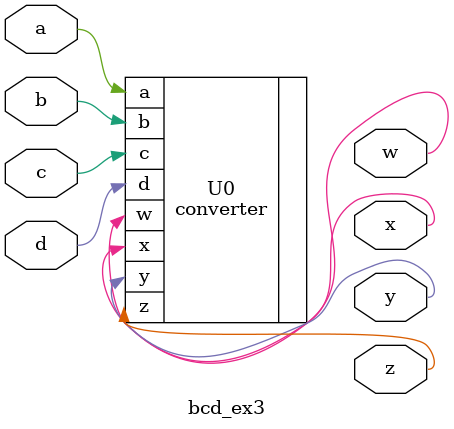
<source format=v>
module bcd_ex3(a,b,c,d,w,x,y,z);
input a,b,c,d;
output w,x,y,z;

converter U0(.a(a),.b(b),.c(c),.d(d),.w(w),.x(x),.y(y),.z(z));
endmodule
</source>
